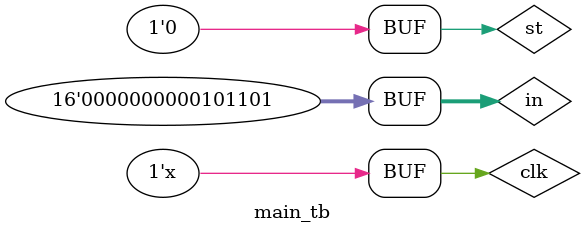
<source format=v>
`timescale 1ns / 1ps


module main_tb();
    reg clk = 1'b0;
    reg st;
    wire busy;
    reg [15:0] in;
    wire [31:0] out;

    top UUT(
        .clk(clk),
        .st(st),
        .busy(busy),
        .in(in),
        .out(out)
    );
    
    always #5 clk = ~clk;
    initial 
        begin
            in <= 15'b0;
            st <= 1'b0;
            #100;
            
            in <= 15'd2;
            #12.5;
            
            st<=1'd1;
            #5;
            
            st<=1'd0;
            #250;
            
            in <= 15'd10;
            #15;
            
            st <=1'd1;
            #5;
            
            st<=0;
            #250;
            
            in <= 15'd20;
            #15;
            
            st <=1'd1;
            #5;
            
            st<=0;
            #250;
            
            in <= 15'd45;
            #15;
            
            st <=1'd1;
            #5;
            
            st<=0;
            #7500;
    end


endmodule

</source>
